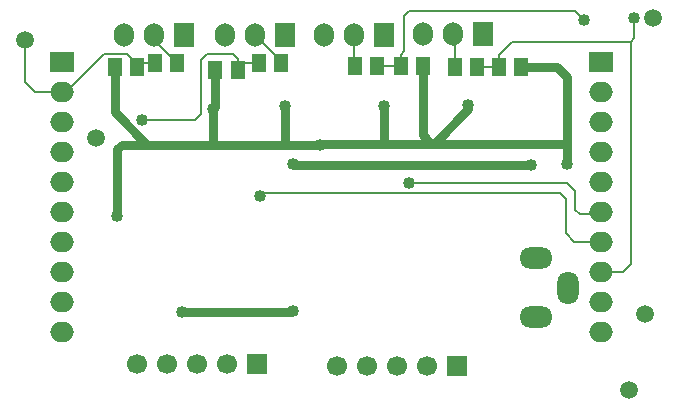
<source format=gbr>
G04 DipTrace 3.3.0.1*
G04 Bottom.gbr*
%MOIN*%
G04 #@! TF.FileFunction,Copper,L2,Bot*
G04 #@! TF.Part,Single*
G04 #@! TA.AperFunction,Conductor*
%ADD13C,0.031496*%
%ADD14C,0.007874*%
%ADD15R,0.051181X0.059055*%
G04 #@! TA.AperFunction,ComponentPad*
%ADD17C,0.059055*%
%ADD19R,0.07874X0.066929*%
%ADD20O,0.07874X0.066929*%
%ADD21O,0.110236X0.070866*%
%ADD22O,0.070866X0.110236*%
%ADD23R,0.066929X0.066929*%
%ADD24C,0.066929*%
%ADD25R,0.066929X0.07874*%
%ADD26O,0.066929X0.07874*%
G04 #@! TA.AperFunction,ViaPad*
%ADD27C,0.04*%
%FSLAX26Y26*%
G04*
G70*
G90*
G75*
G01*
G04 Bottom*
%LPD*%
X2181102Y1200787D2*
D13*
X1393701D1*
X1389764Y1204724D1*
X1019685Y708661D2*
X1385827D1*
X1389764Y712598D1*
X2303150Y1204724D2*
Y1271654D1*
X1858268D1*
X1849954D1*
X1692913D1*
X1484252D1*
X1480315Y1267717D1*
X1122047Y1385827D2*
Y1267717D1*
X1362205D1*
X1480315D1*
X1362205Y1397638D2*
Y1267717D1*
X1692913Y1397638D2*
Y1271654D1*
X1972441Y1401575D2*
Y1385827D1*
X1858268Y1271654D1*
X803150Y1031496D2*
Y1251969D1*
X818898Y1267717D1*
X903047D1*
X1122047D1*
X2149606Y1527559D2*
X2267717D1*
X2303150Y1492126D1*
Y1271654D1*
X1822835Y1531496D2*
Y1298773D1*
X1849954Y1271654D1*
X795276Y1527559D2*
Y1375488D1*
X903047Y1267717D1*
X1129921Y1515748D2*
Y1393701D1*
X1122047Y1385827D1*
X1775591Y1141732D2*
D14*
X2303150D1*
X2330709Y1114173D1*
Y1051181D1*
X2346457Y1035433D1*
X2417323D1*
Y1044488D1*
X1279528Y1098425D2*
Y1106299D1*
X2279528D1*
X2299213Y1086614D1*
Y972441D1*
X2327165Y944488D1*
X2417323D1*
X1669291Y1531496D2*
X1748031D1*
Y1566929D1*
X1759843Y1578740D1*
Y1696850D1*
X1775591Y1712598D1*
X2330709D1*
X2358268Y1685039D1*
X2003937Y1527559D2*
X2074803D1*
Y1566929D1*
X2118110Y1610236D1*
X2515748D1*
Y870079D1*
X2490157Y844488D1*
X2417323D1*
X2527559Y1688976D2*
Y1622047D1*
X2515748Y1610236D1*
X1275591Y1539370D2*
X1228346D1*
X1204724Y1515748D1*
Y1555118D1*
X1188976Y1570866D1*
X1102362D1*
X1082677Y1551181D1*
Y1370079D1*
X1062992Y1350394D1*
X885827D1*
X496063Y1618110D2*
Y1476378D1*
X527953Y1444488D1*
X618110D1*
X929134Y1539370D2*
X870079D1*
Y1527559D1*
Y1535433D1*
X834646Y1570866D1*
X759843D1*
X618110Y1429134D1*
Y1444488D1*
X1592913Y1633858D2*
Y1533071D1*
X1594488Y1531496D1*
X1350394Y1539370D2*
Y1545669D1*
X1262205Y1633858D1*
X1929134Y1527559D2*
Y1632283D1*
X1923622Y1637795D1*
X927559Y1633858D2*
Y1615748D1*
X1003937Y1539370D1*
D27*
X1279528Y1098425D3*
X1775591Y1141732D3*
X2181102Y1200787D3*
X1389764Y1204724D3*
X1019685Y708661D3*
X1389764Y712598D3*
X2303150Y1204724D3*
X1480315Y1267717D3*
X1122047Y1385827D3*
X1362205Y1397638D3*
X1692913D3*
X1972441Y1401575D3*
X803150Y1031496D3*
X885827Y1350394D3*
X2358268Y1685039D3*
X2527559Y1688976D3*
D17*
X2507874Y448819D3*
D19*
X618110Y1544488D3*
D20*
Y1444488D3*
Y1344488D3*
Y1244488D3*
Y1144488D3*
Y1044488D3*
Y944488D3*
Y844488D3*
Y744488D3*
Y644488D3*
D19*
X2417323Y1544488D3*
D20*
Y1444488D3*
Y1344488D3*
Y1244488D3*
Y1144488D3*
Y1044488D3*
Y944488D3*
Y844488D3*
Y744488D3*
Y644488D3*
D21*
X2200787Y889763D3*
Y692913D3*
D22*
X2307087Y791338D3*
D23*
X1937008Y531496D3*
D24*
X1837008D3*
X1737008D3*
X1637008D3*
X1537008D3*
D23*
X1270079Y535433D3*
D24*
X1170079D3*
X1070079D3*
X970079D3*
X870079D3*
D25*
X1692913Y1633858D3*
D26*
X1592913D3*
X1492913D3*
D25*
X2023622Y1637795D3*
D26*
X1923622D3*
X1823622D3*
D25*
X1362205Y1633858D3*
D26*
X1262205D3*
X1162205D3*
D25*
X1027559D3*
D26*
X927559D3*
X827559D3*
D17*
X2562992Y704724D3*
X2590551Y1688976D3*
X732283Y1291339D3*
X496063Y1618110D3*
D15*
X1669291Y1531496D3*
X1594488D3*
X1748031D3*
X1822835D3*
X1275591Y1539370D3*
X1350394D3*
X1204724Y1515748D3*
X1129921D3*
X795276Y1527559D3*
X870079D3*
X2149606D3*
X2074803D3*
X1929134D3*
X2003937D3*
X1003937Y1539370D3*
X929134D3*
M02*

</source>
